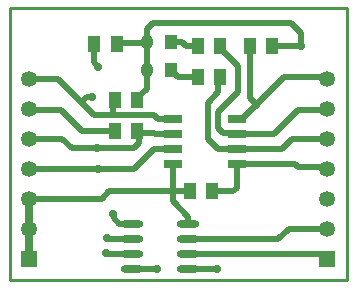
<source format=gtl>
G04*
G04 #@! TF.GenerationSoftware,Altium Limited,Altium Designer,20.2.5 (213)*
G04*
G04 Layer_Physical_Order=1*
G04 Layer_Color=255*
%FSLAX42Y42*%
%MOMM*%
G71*
G04*
G04 #@! TF.SameCoordinates,5B17B380-CB23-49DD-974E-BA9C208B7A42*
G04*
G04*
G04 #@! TF.FilePolarity,Positive*
G04*
G01*
G75*
%ADD12C,0.25*%
%ADD16O,1.90X0.60*%
%ADD17R,1.02X1.40*%
%ADD18R,1.53X0.65*%
%ADD19R,1.00X1.27*%
%ADD20O,1.00X1.27*%
%ADD29C,0.51*%
%ADD30C,0.64*%
%ADD31C,1.35*%
%ADD32R,1.35X1.35*%
%ADD33C,0.71*%
D12*
X2540Y3061D02*
X5397D01*
Y5359D01*
X2540D02*
X5397D01*
X2540Y3061D02*
Y5359D01*
D16*
X3575Y3531D02*
D03*
Y3404D02*
D03*
Y3277D02*
D03*
Y3150D02*
D03*
X4045Y3531D02*
D03*
Y3404D02*
D03*
Y3277D02*
D03*
Y3150D02*
D03*
D17*
X3442Y5055D02*
D03*
X3251D02*
D03*
X4762Y5042D02*
D03*
X4572D02*
D03*
X3619Y4318D02*
D03*
X3429D02*
D03*
X3619Y4582D02*
D03*
X3429D02*
D03*
X4128Y4775D02*
D03*
X4318D02*
D03*
X4128Y5042D02*
D03*
X4318D02*
D03*
X4254Y3810D02*
D03*
X4064D02*
D03*
D18*
X3920Y4042D02*
D03*
Y4169D02*
D03*
Y4296D02*
D03*
Y4423D02*
D03*
X4462D02*
D03*
Y4296D02*
D03*
Y4169D02*
D03*
Y4042D02*
D03*
D19*
X3899Y4839D02*
D03*
Y5069D02*
D03*
D20*
X3696Y4839D02*
D03*
Y5069D02*
D03*
D29*
X3613Y3150D02*
X3785D01*
X3277Y4178D02*
X3594D01*
X3061D02*
X3277D01*
X3251Y4902D02*
Y5055D01*
Y4902D02*
X3289Y4864D01*
X3696Y4677D02*
Y4839D01*
X3619Y4582D02*
Y4601D01*
X3696Y4677D01*
X4506Y4423D02*
X4623Y4540D01*
Y4546D01*
X4572Y4597D02*
Y5042D01*
Y4597D02*
X4623Y4546D01*
X4305Y4762D02*
X4318Y4775D01*
X4305Y4648D02*
Y4762D01*
X4216Y4559D02*
X4305Y4648D01*
Y4483D02*
X4470Y4648D01*
X4305Y4343D02*
Y4483D01*
X4470Y4648D02*
Y4870D01*
X4318Y5023D02*
Y5042D01*
Y5023D02*
X4470Y4870D01*
X4102Y4775D02*
X4128D01*
X3962D02*
X4102D01*
X3899Y4825D02*
Y4839D01*
Y4825D02*
X3924Y4801D01*
X3937D01*
X3962Y4775D01*
X4026Y5042D02*
X4128D01*
X3899Y5069D02*
X3999D01*
X4026Y5042D01*
X4762D02*
X5004D01*
X5000Y5046D02*
X5004Y5042D01*
X5000Y5046D02*
Y5147D01*
X4915Y5232D02*
X5000Y5147D01*
X3696Y5182D02*
X3747Y5232D01*
X4915D01*
X3696Y5069D02*
Y5182D01*
X3442Y5055D02*
X3449Y5062D01*
X3688D01*
X3696Y5069D01*
Y4839D02*
Y5069D01*
X3769Y4296D02*
X3920D01*
X3365Y3277D02*
X3577D01*
X3353Y3289D02*
X3365Y3277D01*
X3376Y3405D02*
X3589D01*
X3365Y3416D02*
X3376Y3405D01*
X3420Y3579D02*
X3467Y3532D01*
X3585D01*
X3416Y3619D02*
X3420Y3616D01*
Y3579D02*
Y3616D01*
X4045Y3531D02*
X4047D01*
X4051Y3535D01*
Y3594D01*
X4053Y3150D02*
X4293D01*
X5182Y3277D02*
X5220Y3238D01*
X4039Y3277D02*
X5182D01*
X4813Y3404D02*
X4902Y3492D01*
X4030Y3404D02*
X4813D01*
X3289Y4001D02*
X3594D01*
X2705D02*
X3289D01*
X3378Y3810D02*
X3920D01*
X3619Y4318D02*
X3632Y4305D01*
X3150Y4318D02*
X3429D01*
X2705Y3747D02*
X3315D01*
X3378Y3810D01*
X3594Y4178D02*
X3632Y4216D01*
Y4305D01*
X3594Y4001D02*
X3762Y4169D01*
X2984Y4254D02*
X3061Y4178D01*
X3143Y4566D02*
X3251Y4458D01*
X2946Y4762D02*
X3143Y4566D01*
X3188Y4610D02*
X3238D01*
X3143Y4566D02*
X3188Y4610D01*
X4459Y4166D02*
X4462Y4169D01*
X4216Y4254D02*
X4305Y4166D01*
X4459D01*
X4216Y4254D02*
Y4559D01*
X4455Y4303D02*
X4462Y4296D01*
X4346Y4303D02*
X4455D01*
X4305Y4343D02*
X4346Y4303D01*
X3899Y5069D02*
X3912Y5082D01*
X4462Y3840D02*
Y4042D01*
X4432Y3810D02*
X4462Y3840D01*
X4254Y3810D02*
X4432D01*
X3920D02*
Y4042D01*
Y3726D02*
Y3810D01*
X4064D01*
X3920Y3726D02*
X4051Y3594D01*
X3762Y4169D02*
X3920D01*
X3632Y4305D02*
X3759D01*
X3769Y4296D01*
X2705Y4254D02*
X2984D01*
X2705Y4508D02*
X2718Y4496D01*
X2972D01*
X3150Y4318D01*
X3416Y4458D02*
X3759D01*
X3251D02*
X3416D01*
Y4569D02*
X3429Y4582D01*
X3416Y4458D02*
Y4569D01*
X2705Y4762D02*
X2946D01*
X3794Y4423D02*
X3920D01*
X3759Y4458D02*
X3794Y4423D01*
X4101Y4776D02*
X4102Y4775D01*
X4902Y3492D02*
X5220D01*
X5207Y4013D02*
X5220Y4001D01*
X4978Y4013D02*
X5207D01*
X4462Y4042D02*
X4950D01*
X4978Y4013D01*
X4623Y4540D02*
X4858Y4775D01*
X5207D02*
X5220Y4762D01*
X4858Y4775D02*
X5207D01*
X4462Y4423D02*
X4506D01*
X5207Y4496D02*
X5220Y4508D01*
X4978Y4496D02*
X5207D01*
X4462Y4296D02*
X4778D01*
X4978Y4496D01*
X4928Y4254D02*
X5220D01*
X4462Y4169D02*
X4842D01*
X4928Y4254D01*
D30*
X2705Y3492D02*
Y3747D01*
Y3238D02*
Y3492D01*
D31*
X5220Y4762D02*
D03*
Y4508D02*
D03*
Y4001D02*
D03*
Y4254D02*
D03*
Y3492D02*
D03*
Y3747D02*
D03*
X2705D02*
D03*
Y3492D02*
D03*
Y4254D02*
D03*
Y4001D02*
D03*
Y4508D02*
D03*
Y4762D02*
D03*
D32*
X5220Y3238D02*
D03*
X2705D02*
D03*
D33*
X3785Y3150D02*
D03*
X3289Y4864D02*
D03*
X3277Y4178D02*
D03*
X5004Y5042D02*
D03*
X3353Y3289D02*
D03*
X3365Y3416D02*
D03*
X4293Y3150D02*
D03*
X4621Y4542D02*
D03*
X3416Y3619D02*
D03*
X3289Y4001D02*
D03*
X3238Y4610D02*
D03*
M02*

</source>
